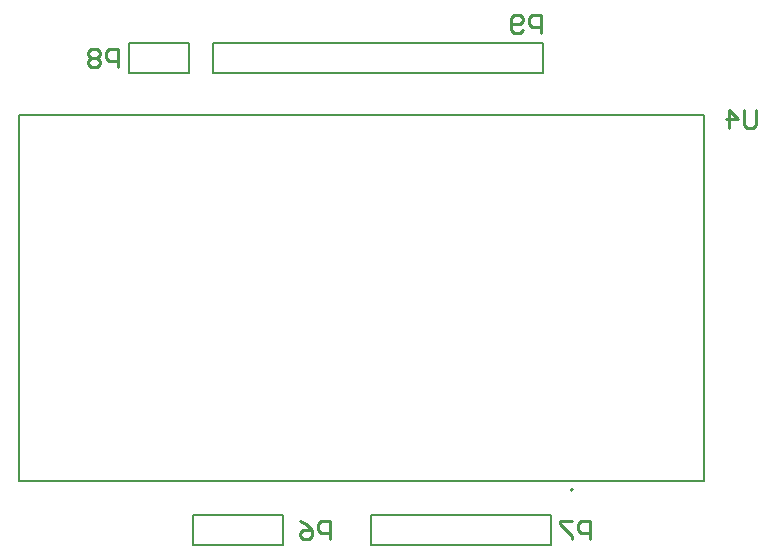
<source format=gbr>
G04*
G04 #@! TF.GenerationSoftware,Altium Limited,Altium Designer,23.1.1 (15)*
G04*
G04 Layer_Color=32896*
%FSLAX44Y44*%
%MOMM*%
G71*
G04*
G04 #@! TF.SameCoordinates,1587853A-9B19-4160-AC70-F3A7ED46FF3E*
G04*
G04*
G04 #@! TF.FilePolarity,Positive*
G04*
G01*
G75*
%ADD10C,0.1270*%
%ADD11C,0.2000*%
%ADD14C,0.2540*%
D10*
X59290Y238280D02*
Y548280D01*
X639290D01*
Y238280D02*
Y548280D01*
X59290Y238280D02*
X639290D01*
D11*
X528090Y230780D02*
G03*
X528090Y230780I-1000J0D01*
G01*
X151900Y608940D02*
X202700D01*
Y583540D02*
Y608940D01*
X151900Y583540D02*
X202700D01*
X151900D02*
Y608940D01*
X282700Y183540D02*
Y208940D01*
X206500D02*
X282700D01*
X206500Y183540D02*
Y208940D01*
Y183540D02*
X282700D01*
X357300Y208940D02*
X509700D01*
X357300Y183540D02*
X509700D01*
X357300D02*
Y208940D01*
X509700Y183540D02*
Y208940D01*
X223300Y583540D02*
Y608940D01*
Y583540D02*
X502700D01*
Y608940D01*
X483649D02*
X502700D01*
X223300D02*
X483649D01*
D14*
X501272Y617474D02*
Y632709D01*
X493655D01*
X491115Y630170D01*
Y625092D01*
X493655Y622552D01*
X501272D01*
X486037Y620013D02*
X483498Y617474D01*
X478419D01*
X475880Y620013D01*
Y630170D01*
X478419Y632709D01*
X483498D01*
X486037Y630170D01*
Y627631D01*
X483498Y625092D01*
X475880D01*
X142696Y588622D02*
Y603857D01*
X135078D01*
X132539Y601318D01*
Y596240D01*
X135078Y593701D01*
X142696D01*
X127461Y601318D02*
X124921Y603857D01*
X119843D01*
X117304Y601318D01*
Y598779D01*
X119843Y596240D01*
X117304Y593701D01*
Y591162D01*
X119843Y588622D01*
X124921D01*
X127461Y591162D01*
Y593701D01*
X124921Y596240D01*
X127461Y598779D01*
Y601318D01*
X124921Y596240D02*
X119843D01*
X542696Y188622D02*
Y203857D01*
X535078D01*
X532539Y201318D01*
Y196240D01*
X535078Y193701D01*
X542696D01*
X527461Y203857D02*
X517304D01*
Y201318D01*
X527461Y191162D01*
Y188622D01*
X322696Y188622D02*
Y203857D01*
X315078D01*
X312539Y201318D01*
Y196240D01*
X315078Y193701D01*
X322696D01*
X297304Y203857D02*
X302382Y201318D01*
X307461Y196240D01*
Y191162D01*
X304921Y188622D01*
X299843D01*
X297304Y191162D01*
Y193701D01*
X299843Y196240D01*
X307461D01*
X682696Y552617D02*
Y539922D01*
X680157Y537383D01*
X675078D01*
X672539Y539922D01*
Y552617D01*
X659843Y537383D02*
Y552617D01*
X667461Y545000D01*
X657304D01*
M02*

</source>
